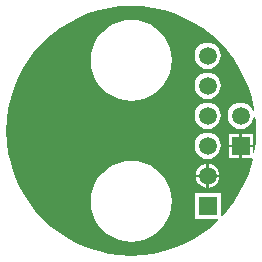
<source format=gbl>
G04*
G04 #@! TF.GenerationSoftware,Altium Limited,Altium Designer,19.1.5 (86)*
G04*
G04 Layer_Physical_Order=2*
G04 Layer_Color=16711680*
%FSLAX25Y25*%
%MOIN*%
G70*
G01*
G75*
%ADD25C,0.05906*%
%ADD26R,0.05906X0.05906*%
%ADD27C,0.03543*%
G36*
X3630Y41488D02*
X7232Y41014D01*
X10779Y40228D01*
X14244Y39135D01*
X17601Y37745D01*
X20823Y36067D01*
X23888Y34115D01*
X26770Y31903D01*
X29449Y29449D01*
X31903Y26770D01*
X34115Y23888D01*
X36067Y20823D01*
X37745Y17601D01*
X39135Y14244D01*
X40228Y10779D01*
X41014Y7232D01*
X41101Y6574D01*
X40613Y6443D01*
X40302Y7195D01*
X39604Y8104D01*
X38695Y8802D01*
X37636Y9241D01*
X36500Y9390D01*
X35364Y9241D01*
X34305Y8802D01*
X33396Y8104D01*
X32698Y7195D01*
X32259Y6136D01*
X32110Y5000D01*
X32259Y3864D01*
X32698Y2805D01*
X33396Y1896D01*
X34305Y1198D01*
X35364Y759D01*
X36500Y610D01*
X37636Y759D01*
X38695Y1198D01*
X39604Y1896D01*
X40302Y2805D01*
X40741Y3864D01*
X40847Y4671D01*
X41351D01*
X41488Y3630D01*
X41647Y0D01*
X41488Y-3630D01*
X41014Y-7232D01*
X40953Y-7508D01*
X40453Y-7453D01*
Y-5400D01*
X36900D01*
Y-8953D01*
X40120D01*
X40529Y-9421D01*
X40228Y-10779D01*
X39135Y-14244D01*
X37745Y-17601D01*
X36067Y-20823D01*
X34115Y-23888D01*
X31903Y-26770D01*
X30319Y-28499D01*
X29853Y-28318D01*
Y-20647D01*
X21147D01*
Y-29353D01*
X28813D01*
X29008Y-29853D01*
X26770Y-31903D01*
X23888Y-34115D01*
X20823Y-36067D01*
X17601Y-37745D01*
X14244Y-39135D01*
X10779Y-40228D01*
X7232Y-41014D01*
X3630Y-41488D01*
X0Y-41647D01*
X-3630Y-41488D01*
X-7232Y-41014D01*
X-10779Y-40228D01*
X-14244Y-39135D01*
X-17601Y-37745D01*
X-20823Y-36067D01*
X-23888Y-34115D01*
X-26770Y-31903D01*
X-29449Y-29449D01*
X-31903Y-26770D01*
X-34115Y-23888D01*
X-36067Y-20823D01*
X-37745Y-17601D01*
X-39135Y-14244D01*
X-40228Y-10779D01*
X-41014Y-7232D01*
X-41488Y-3630D01*
X-41647Y0D01*
X-41488Y3630D01*
X-41014Y7232D01*
X-40228Y10779D01*
X-39135Y14244D01*
X-37745Y17601D01*
X-36067Y20823D01*
X-34115Y23888D01*
X-31903Y26770D01*
X-29449Y29449D01*
X-26770Y31903D01*
X-23888Y34115D01*
X-20823Y36067D01*
X-17601Y37745D01*
X-14244Y39135D01*
X-10779Y40228D01*
X-7232Y41014D01*
X-3630Y41488D01*
X0Y41647D01*
X3630Y41488D01*
D02*
G37*
%LPC*%
G36*
X25500Y29390D02*
X24364Y29241D01*
X23305Y28802D01*
X22396Y28104D01*
X21698Y27195D01*
X21259Y26136D01*
X21110Y25000D01*
X21259Y23864D01*
X21698Y22805D01*
X22396Y21896D01*
X23305Y21198D01*
X24364Y20759D01*
X25500Y20610D01*
X26636Y20759D01*
X27695Y21198D01*
X28604Y21896D01*
X29302Y22805D01*
X29741Y23864D01*
X29890Y25000D01*
X29741Y26136D01*
X29302Y27195D01*
X28604Y28104D01*
X27695Y28802D01*
X26636Y29241D01*
X25500Y29390D01*
D02*
G37*
G36*
Y19390D02*
X24364Y19241D01*
X23305Y18802D01*
X22396Y18104D01*
X21698Y17195D01*
X21259Y16136D01*
X21110Y15000D01*
X21259Y13864D01*
X21698Y12805D01*
X22396Y11896D01*
X23305Y11198D01*
X24364Y10759D01*
X25500Y10610D01*
X26636Y10759D01*
X27695Y11198D01*
X28604Y11896D01*
X29302Y12805D01*
X29741Y13864D01*
X29890Y15000D01*
X29741Y16136D01*
X29302Y17195D01*
X28604Y18104D01*
X27695Y18802D01*
X26636Y19241D01*
X25500Y19390D01*
D02*
G37*
G36*
X0Y37003D02*
X-2112Y36836D01*
X-4172Y36342D01*
X-6130Y35531D01*
X-7937Y34424D01*
X-9548Y33048D01*
X-10924Y31437D01*
X-12031Y29630D01*
X-12842Y27673D01*
X-13336Y25612D01*
X-13503Y23500D01*
X-13336Y21388D01*
X-12842Y19327D01*
X-12031Y17370D01*
X-10924Y15563D01*
X-9548Y13952D01*
X-7937Y12576D01*
X-6130Y11469D01*
X-4172Y10658D01*
X-2112Y10164D01*
X0Y9997D01*
X2112Y10164D01*
X4172Y10658D01*
X6130Y11469D01*
X7937Y12576D01*
X9548Y13952D01*
X10924Y15563D01*
X12031Y17370D01*
X12842Y19327D01*
X13336Y21388D01*
X13503Y23500D01*
X13336Y25612D01*
X12842Y27673D01*
X12031Y29630D01*
X10924Y31437D01*
X9548Y33048D01*
X7937Y34424D01*
X6130Y35531D01*
X4172Y36342D01*
X2112Y36836D01*
X0Y37003D01*
D02*
G37*
G36*
X25500Y9390D02*
X24364Y9241D01*
X23305Y8802D01*
X22396Y8104D01*
X21698Y7195D01*
X21259Y6136D01*
X21110Y5000D01*
X21259Y3864D01*
X21698Y2805D01*
X22396Y1896D01*
X23305Y1198D01*
X24364Y759D01*
X25500Y610D01*
X26636Y759D01*
X27695Y1198D01*
X28604Y1896D01*
X29302Y2805D01*
X29741Y3864D01*
X29890Y5000D01*
X29741Y6136D01*
X29302Y7195D01*
X28604Y8104D01*
X27695Y8802D01*
X26636Y9241D01*
X25500Y9390D01*
D02*
G37*
G36*
X40453Y-1047D02*
X36900D01*
Y-4600D01*
X40453D01*
Y-1047D01*
D02*
G37*
G36*
X36100D02*
X32547D01*
Y-4600D01*
X36100D01*
Y-1047D01*
D02*
G37*
G36*
Y-5400D02*
X32547D01*
Y-8953D01*
X36100D01*
Y-5400D01*
D02*
G37*
G36*
X25500Y-610D02*
X24364Y-759D01*
X23305Y-1198D01*
X22396Y-1896D01*
X21698Y-2805D01*
X21259Y-3864D01*
X21110Y-5000D01*
X21259Y-6136D01*
X21698Y-7195D01*
X22396Y-8104D01*
X23305Y-8802D01*
X24364Y-9241D01*
X25500Y-9390D01*
X26636Y-9241D01*
X27695Y-8802D01*
X28604Y-8104D01*
X29302Y-7195D01*
X29741Y-6136D01*
X29890Y-5000D01*
X29741Y-3864D01*
X29302Y-2805D01*
X28604Y-1896D01*
X27695Y-1198D01*
X26636Y-759D01*
X25500Y-610D01*
D02*
G37*
G36*
X25900Y-11066D02*
Y-14600D01*
X29434D01*
X29351Y-13968D01*
X28953Y-13007D01*
X28319Y-12181D01*
X27493Y-11547D01*
X26532Y-11149D01*
X25900Y-11066D01*
D02*
G37*
G36*
X25100D02*
X24468Y-11149D01*
X23507Y-11547D01*
X22681Y-12181D01*
X22047Y-13007D01*
X21649Y-13968D01*
X21566Y-14600D01*
X25100D01*
Y-11066D01*
D02*
G37*
G36*
X29434Y-15400D02*
X25900D01*
Y-18934D01*
X26532Y-18851D01*
X27493Y-18453D01*
X28319Y-17819D01*
X28953Y-16993D01*
X29351Y-16032D01*
X29434Y-15400D01*
D02*
G37*
G36*
X25100D02*
X21566D01*
X21649Y-16032D01*
X22047Y-16993D01*
X22681Y-17819D01*
X23507Y-18453D01*
X24468Y-18851D01*
X25100Y-18934D01*
Y-15400D01*
D02*
G37*
G36*
X0Y-9997D02*
X-2112Y-10164D01*
X-4172Y-10658D01*
X-6130Y-11469D01*
X-7937Y-12576D01*
X-9548Y-13952D01*
X-10924Y-15563D01*
X-12031Y-17370D01*
X-12842Y-19327D01*
X-13336Y-21388D01*
X-13503Y-23500D01*
X-13336Y-25612D01*
X-12842Y-27673D01*
X-12031Y-29630D01*
X-10924Y-31437D01*
X-9548Y-33048D01*
X-7937Y-34424D01*
X-6130Y-35531D01*
X-4172Y-36342D01*
X-2112Y-36836D01*
X0Y-37003D01*
X2112Y-36836D01*
X4172Y-36342D01*
X6130Y-35531D01*
X7937Y-34424D01*
X9548Y-33048D01*
X10924Y-31437D01*
X12031Y-29630D01*
X12842Y-27673D01*
X13336Y-25612D01*
X13503Y-23500D01*
X13336Y-21388D01*
X12842Y-19327D01*
X12031Y-17370D01*
X10924Y-15563D01*
X9548Y-13952D01*
X7937Y-12576D01*
X6130Y-11469D01*
X4172Y-10658D01*
X2112Y-10164D01*
X0Y-9997D01*
D02*
G37*
%LPD*%
D25*
X36500Y5000D02*
D03*
X25500Y-15000D02*
D03*
Y-5000D02*
D03*
Y5000D02*
D03*
Y15000D02*
D03*
Y25000D02*
D03*
D26*
X36500Y-5000D02*
D03*
X25500Y-25000D02*
D03*
D27*
X-17500Y12500D02*
D03*
X17500Y-12500D02*
D03*
X17000Y17500D02*
D03*
X-24000Y-8000D02*
D03*
X-17000Y-17000D02*
D03*
X2500Y-5500D02*
D03*
X18500Y7500D02*
D03*
X-4000Y2500D02*
D03*
M02*

</source>
